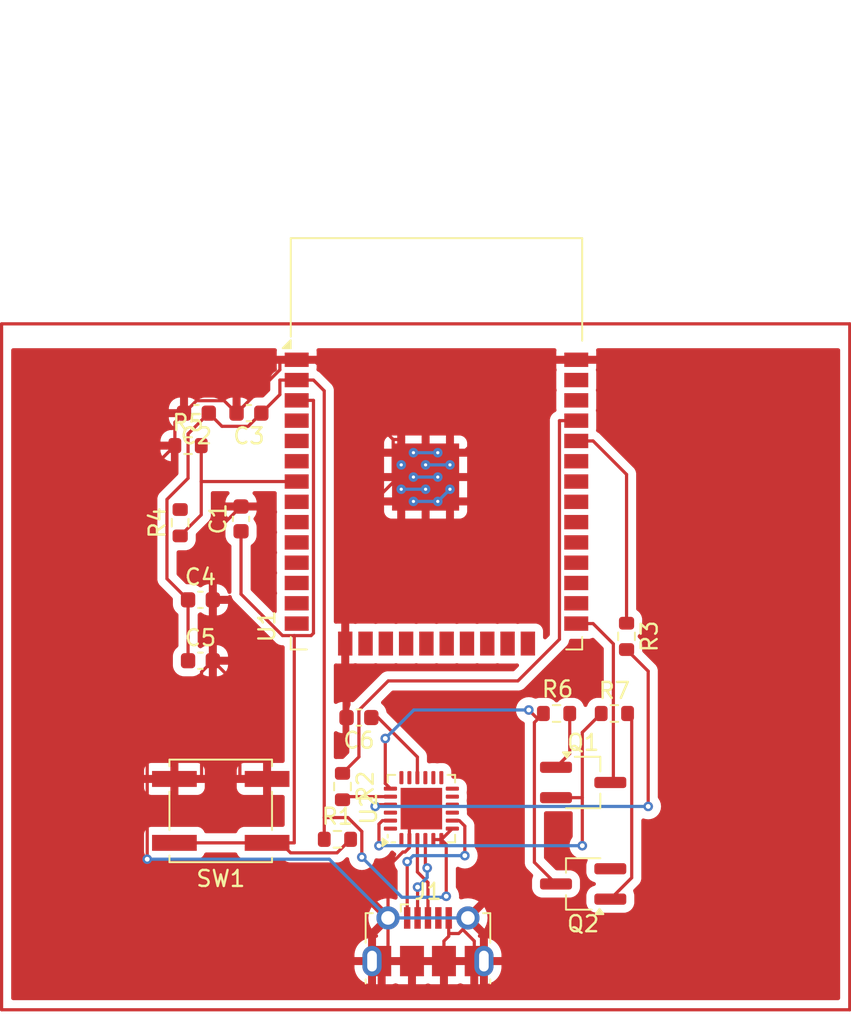
<source format=kicad_pcb>
(kicad_pcb (version 20240108) (generator "pcbnew") (generator_version "8.0")
  (layers (0 "F.Cu" signal) (31 "B.Cu" signal) (34 "B.Paste" user) (35 "F.Paste" user) (36 "B.SilkS" user "B.Silkscreen") (37 "F.SilkS" user "F.Silkscreen") (38 "B.Mask" user) (39 "F.Mask" user) (44 "Edge.Cuts" user))
  (net 0 "")
  (net 1 "Net-(U1-EN)")
  (net 2 "GND")
  (net 3 "+3.3V")
  (net 4 "Net-(U2-VPP)")
  (net 6 "VBUS")
  (net 7 "DTR")
  (net 8 "GPIO0")
  (net 9 "Net-(Q1-B)")
  (net 10 "RTS")
  (net 11 "RESET")
  (net 12 "Net-(Q2-B)")
  (net 13 "Net-(U1-TXD0{slash}IO1)")
  (net 14 "RX_CP")
  (net 15 "Net-(U1-RXD0{slash}IO3)")
  (net 16 "TX_CP")
  (net 17 "Net-(U1-IO35)")
  (net 18 "+BATT")
  (net 19 "DAT")
  (net 20 "C_change")
  (net 27 "SCK")
  (net 45 "Switch")
  (net 60 "D-")
  (net 61 "D+")
  (footprint "Resistor_SMD:R_0603_1608Metric" (layer "F.Cu") (at 146.05 105.156 -90)
    (property "Reference" "R2" (at 0 -1.43 90) (layer "F.SilkS"))
    (property "Value" "470")
    (fp_line (start -0.237258 0.5225) (end 0.237258 0.5225) (stroke (width 0.12)) (layer "F.SilkS"))
    (fp_line (start -0.237258 -0.5225) (end 0.237258 -0.5225) (stroke (width 0.12)) (layer "F.SilkS"))
    (pad "1" smd roundrect (at -0.825 0 270) (size 0.8 0.95) (layers "F.Cu" "F.Paste" "F.Mask") (net 13 "Net-(U1-TXD0{slash}IO1)"))
    (pad "2" smd roundrect (at 0.825 0 270) (size 0.8 0.95) (layers "F.Cu" "F.Paste" "F.Mask") (net 14 "RX_CP"))
  )
  (footprint "Capacitor_SMD:C_0603_1608Metric" (layer "F.Cu") (at 140.195 81.788 180)
    (property "Reference" "C3" (at 0 -1.43 0) (layer "F.SilkS"))
    (property "Value" "10uF")
    (fp_line (start -0.14058 0.51) (end 0.14058 0.51) (stroke (width 0.12)) (layer "F.SilkS"))
    (fp_line (start -0.14058 -0.51) (end 0.14058 -0.51) (stroke (width 0.12)) (layer "F.SilkS"))
    (pad "1" smd roundrect (at -0.775 0 180) (size 0.9 0.95) (layers "F.Cu" "F.Paste" "F.Mask") (net 3 "+3.3V"))
    (pad "2" smd roundrect (at 0.775 0 180) (size 0.9 0.95) (layers "F.Cu" "F.Paste" "F.Mask") (net 2 "GND"))
  )
  (footprint "Resistor_SMD:R_0603_1608Metric" (layer "F.Cu") (at 145.733 108.458)
    (property "Reference" "R1" (at 0 -1.43 0) (layer "F.SilkS"))
    (property "Value" "10K")
    (fp_line (start -0.237258 -0.5225) (end 0.237258 -0.5225) (stroke (width 0.12)) (layer "F.SilkS"))
    (fp_line (start -0.237258 0.5225) (end 0.237258 0.5225) (stroke (width 0.12)) (layer "F.SilkS"))
    (pad "1" smd roundrect (at -0.825 0) (size 0.8 0.95) (layers "F.Cu" "F.Paste" "F.Mask") (net 3 "+3.3V"))
    (pad "2" smd roundrect (at 0.825 0) (size 0.8 0.95) (layers "F.Cu" "F.Paste" "F.Mask") (net 1 "Net-(U1-EN)"))
  )
  (footprint "Resistor_SMD:R_0603_1608Metric" (layer "F.Cu") (at 163.068 100.584)
    (property "Reference" "R7" (at 0 -1.43 0) (layer "F.SilkS"))
    (property "Value" "10K")
    (fp_line (start -0.237258 -0.5225) (end 0.237258 -0.5225) (stroke (width 0.12)) (layer "F.SilkS"))
    (fp_line (start -0.237258 0.5225) (end 0.237258 0.5225) (stroke (width 0.12)) (layer "F.SilkS"))
    (pad "1" smd roundrect (at -0.825 0) (size 0.8 0.95) (layers "F.Cu" "F.Paste" "F.Mask") (net 7 "DTR"))
    (pad "2" smd roundrect (at 0.825 0) (size 0.8 0.95) (layers "F.Cu" "F.Paste" "F.Mask") (net 12 "Net-(Q2-B)"))
  )
  (footprint "Capacitor_SMD:C_0603_1608Metric" (layer "F.Cu") (at 137.16 93.472)
    (property "Reference" "C4" (at 0 -1.43 0) (layer "F.SilkS"))
    (property "Value" "100nF")
    (fp_line (start -0.14058 -0.51) (end 0.14058 -0.51) (stroke (width 0.12)) (layer "F.SilkS"))
    (fp_line (start -0.14058 0.51) (end 0.14058 0.51) (stroke (width 0.12)) (layer "F.SilkS"))
    (pad "1" smd roundrect (at -0.775 0) (size 0.9 0.95) (layers "F.Cu" "F.Paste" "F.Mask") (net 3 "+3.3V"))
    (pad "2" smd roundrect (at 0.775 0) (size 0.9 0.95) (layers "F.Cu" "F.Paste" "F.Mask") (net 2 "GND"))
  )
  (footprint "Capacitor_SMD:C_0603_1608Metric" (layer "F.Cu") (at 147.079 100.838 180)
    (property "Reference" "C6" (at 0 -1.43 0) (layer "F.SilkS"))
    (property "Value" "4.7uF")
    (fp_line (start -0.14058 0.51) (end 0.14058 0.51) (stroke (width 0.12)) (layer "F.SilkS"))
    (fp_line (start -0.14058 -0.51) (end 0.14058 -0.51) (stroke (width 0.12)) (layer "F.SilkS"))
    (pad "1" smd roundrect (at -0.775 0 180) (size 0.9 0.95) (layers "F.Cu" "F.Paste" "F.Mask") (net 4 "Net-(U2-VPP)"))
    (pad "2" smd roundrect (at 0.775 0 180) (size 0.9 0.95) (layers "F.Cu" "F.Paste" "F.Mask") (net 2 "GND"))
  )
  (footprint "Capacitor_SMD:C_0603_1608Metric" (layer "F.Cu") (at 136.906 81.788 180)
    (property "Reference" "C2" (at 0 -1.43 0) (layer "F.SilkS"))
    (property "Value" "100nF")
    (fp_line (start -0.14058 0.51) (end 0.14058 0.51) (stroke (width 0.12)) (layer "F.SilkS"))
    (fp_line (start -0.14058 -0.51) (end 0.14058 -0.51) (stroke (width 0.12)) (layer "F.SilkS"))
    (pad "1" smd roundrect (at -0.775 0 180) (size 0.9 0.95) (layers "F.Cu" "F.Paste" "F.Mask") (net 3 "+3.3V"))
    (pad "2" smd roundrect (at 0.775 0 180) (size 0.9 0.95) (layers "F.Cu" "F.Paste" "F.Mask") (net 2 "GND"))
  )
  (footprint "Package_TO_SOT_SMD:SOT-23W_Handsoldering" (layer "F.Cu") (at 161.114 104.902)
    (property "Reference" "Q1" (at 0 -2.5 0) (layer "F.SilkS"))
    (property "Value" "BC847")
    (fp_line (start -1.075 1.61) (end 1.075 1.61) (stroke (width 0.12)) (layer "F.SilkS"))
    (fp_line (start -0.525 -1.61) (end 1.075 -1.61) (stroke (width 0.12)) (layer "F.SilkS"))
    (fp_line (start 1.075 -1.6) (end 1.075 -0.7) (stroke (width 0.12)) (layer "F.SilkS"))
    (fp_line (start 1.075 0.7) (end 1.075 1.61) (stroke (width 0.12)) (layer "F.SilkS"))
    (fp_poly (pts (xy -1.025 -1.56) (xy -1.265 -1.89) (xy -0.785 -1.89) (xy -1.025 -1.56)) (stroke (width 0.12)) (fill solid) (layer "F.SilkS"))
    (pad "1" smd roundrect (at -1.7 -0.95) (size 2 0.7) (layers "F.Cu" "F.Paste" "F.Mask") (net 9 "Net-(Q1-B)"))
    (pad "2" smd roundrect (at -1.7 0.95) (size 2 0.7) (layers "F.Cu" "F.Paste" "F.Mask") (net 7 "DTR"))
    (pad "3" smd roundrect (at 1.7 0) (size 2 0.7) (layers "F.Cu" "F.Paste" "F.Mask") (net 8 "GPIO0"))
  )
  (footprint "Capacitor_SMD:C_0603_1608Metric" (layer "F.Cu") (at 137.16 97.282)
    (property "Reference" "C5" (at 0 -1.43 0) (layer "F.SilkS"))
    (property "Value" "10uF")
    (fp_line (start -0.14058 -0.51) (end 0.14058 -0.51) (stroke (width 0.12)) (layer "F.SilkS"))
    (fp_line (start -0.14058 0.51) (end 0.14058 0.51) (stroke (width 0.12)) (layer "F.SilkS"))
    (pad "1" smd roundrect (at -0.775 0) (size 0.9 0.95) (layers "F.Cu" "F.Paste" "F.Mask") (net 3 "+3.3V"))
    (pad "2" smd roundrect (at 0.775 0) (size 0.9 0.95) (layers "F.Cu" "F.Paste" "F.Mask") (net 2 "GND"))
  )
  (footprint "RF_Module:ESP32-WROOM-32" (layer "F.Cu") (at 151.9325 86.698)
    (property "Reference" "U1" (at -10.61 8.43 90) (layer "F.SilkS"))
    (property "Value" "ESP32-WROOM-32")
    (fp_line (start -9.12 -15.86) (end -9.12 -9.7) (stroke (width 0.12)) (layer "F.SilkS"))
    (fp_line (start -9.12 -15.86) (end 9.12 -15.86) (stroke (width 0.12)) (layer "F.SilkS"))
    (fp_line (start -9.12 9.1) (end -9.12 9.88) (stroke (width 0.12)) (layer "F.SilkS"))
    (fp_line (start -9.12 9.88) (end -8.12 9.88) (stroke (width 0.12)) (layer "F.SilkS"))
    (fp_line (start 9.12 -15.86) (end 9.12 -9.445) (stroke (width 0.12)) (layer "F.SilkS"))
    (fp_line (start 9.12 9.1) (end 9.12 9.88) (stroke (width 0.12)) (layer "F.SilkS"))
    (fp_line (start 9.12 9.88) (end 8.12 9.88) (stroke (width 0.12)) (layer "F.SilkS"))
    (fp_poly (pts (xy -9.125 -8.975) (xy -9.625 -8.975) (xy -9.125 -9.475) (xy -9.125 -8.975)) (stroke (width 0.12)) (fill solid) (layer "F.SilkS"))
    (pad "1" smd rect (at -8.75 -8.25) (size 1.5 0.9) (layers "F.Cu" "F.Paste" "F.Mask") (net 2 "GND"))
    (pad "2" smd rect (at -8.75 -6.98) (size 1.5 0.9) (layers "F.Cu" "F.Paste" "F.Mask") (net 3 "+3.3V"))
    (pad "3" smd rect (at -8.75 -5.71) (size 1.5 0.9) (layers "F.Cu" "F.Paste" "F.Mask") (net 1 "Net-(U1-EN)"))
    (pad "4" smd rect (at -8.75 -4.44) (size 1.5 0.9) (layers "F.Cu" "F.Paste" "F.Mask"))
    (pad "5" smd rect (at -8.75 -3.17) (size 1.5 0.9) (layers "F.Cu" "F.Paste" "F.Mask"))
    (pad "6" smd rect (at -8.75 -1.9) (size 1.5 0.9) (layers "F.Cu" "F.Paste" "F.Mask"))
    (pad "7" smd rect (at -8.75 -0.63) (size 1.5 0.9) (layers "F.Cu" "F.Paste" "F.Mask") (net 17 "Net-(U1-IO35)"))
    (pad "8" smd rect (at -8.75 0.64) (size 1.5 0.9) (layers "F.Cu" "F.Paste" "F.Mask"))
    (pad "9" smd rect (at -8.75 1.91) (size 1.5 0.9) (layers "F.Cu" "F.Paste" "F.Mask") (net 20 "C_change"))
    (pad "10" smd rect (at -8.75 3.18) (size 1.5 0.9) (layers "F.Cu" "F.Paste" "F.Mask"))
    (pad "11" smd rect (at -8.75 4.45) (size 1.5 0.9) (layers "F.Cu" "F.Paste" "F.Mask"))
    (pad "12" smd rect (at -8.75 5.72) (size 1.5 0.9) (layers "F.Cu" "F.Paste" "F.Mask"))
    (pad "13" smd rect (at -8.75 6.99) (size 1.5 0.9) (layers "F.Cu" "F.Paste" "F.Mask"))
    (pad "14" smd rect (at -8.75 8.26) (size 1.5 0.9) (layers "F.Cu" "F.Paste" "F.Mask"))
    (pad "15" smd rect (at -5.71 9.51 90) (size 1.5 0.9) (layers "F.Cu" "F.Paste" "F.Mask") (net 2 "GND"))
    (pad "16" smd rect (at -4.44 9.51 90) (size 1.5 0.9) (layers "F.Cu" "F.Paste" "F.Mask"))
    (pad "17" smd rect (at -3.17 9.51 90) (size 1.5 0.9) (layers "F.Cu" "F.Paste" "F.Mask"))
    (pad "18" smd rect (at -1.9 9.51 90) (size 1.5 0.9) (layers "F.Cu" "F.Paste" "F.Mask"))
    (pad "19" smd rect (at -0.63 9.51 90) (size 1.5 0.9) (layers "F.Cu" "F.Paste" "F.Mask"))
    (pad "20" smd rect (at 0.64 9.51 90) (size 1.5 0.9) (layers "F.Cu" "F.Paste" "F.Mask"))
    (pad "21" smd rect (at 1.91 9.51 90) (size 1.5 0.9) (layers "F.Cu" "F.Paste" "F.Mask"))
    (pad "22" smd rect (at 3.18 9.51 90) (size 1.5 0.9) (layers "F.Cu" "F.Paste" "F.Mask"))
    (pad "23" smd rect (at 4.45 9.51 90) (size 1.5 0.9) (layers "F.Cu" "F.Paste" "F.Mask"))
    (pad "24" smd rect (at 5.72 9.51 90) (size 1.5 0.9) (layers "F.Cu" "F.Paste" "F.Mask"))
    (pad "25" smd rect (at 8.75 8.26) (size 1.5 0.9) (layers "F.Cu" "F.Paste" "F.Mask") (net 8 "GPIO0"))
    (pad "26" smd rect (at 8.75 6.99) (size 1.5 0.9) (layers "F.Cu" "F.Paste" "F.Mask"))
    (pad "27" smd rect (at 8.75 5.72) (size 1.5 0.9) (layers "F.Cu" "F.Paste" "F.Mask"))
    (pad "28" smd rect (at 8.75 4.45) (size 1.5 0.9) (layers "F.Cu" "F.Paste" "F.Mask"))
    (pad "29" smd rect (at 8.75 3.18) (size 1.5 0.9) (layers "F.Cu" "F.Paste" "F.Mask"))
    (pad "30" smd rect (at 8.75 1.91) (size 1.5 0.9) (layers "F.Cu" "F.Paste" "F.Mask") (net 27 "SCK"))
    (pad "31" smd rect (at 8.75 0.64) (size 1.5 0.9) (layers "F.Cu" "F.Paste" "F.Mask") (net 19 "DAT"))
    (pad "32" smd rect (at 8.75 -0.63) (size 1.5 0.9) (layers "F.Cu" "F.Paste" "F.Mask"))
    (pad "33" smd rect (at 8.75 -1.9) (size 1.5 0.9) (layers "F.Cu" "F.Paste" "F.Mask"))
    (pad "34" smd rect (at 8.75 -3.17) (size 1.5 0.9) (layers "F.Cu" "F.Paste" "F.Mask") (net 15 "Net-(U1-RXD0{slash}IO3)"))
    (pad "35" smd rect (at 8.75 -4.44) (size 1.5 0.9) (layers "F.Cu" "F.Paste" "F.Mask") (net 13 "Net-(U1-TXD0{slash}IO1)"))
    (pad "36" smd rect (at 8.75 -5.71) (size 1.5 0.9) (layers "F.Cu" "F.Paste" "F.Mask") (net 45 "Switch"))
    (pad "37" smd rect (at 8.75 -6.98) (size 1.5 0.9) (layers "F.Cu" "F.Paste" "F.Mask"))
    (pad "38" smd rect (at 8.75 -8.25) (size 1.5 0.9) (layers "F.Cu" "F.Paste" "F.Mask") (net 2 "GND"))
    (pad "39" smd rect (at -2.205 -2.435) (size 1.05 1.05) (layers "F.Cu" "F.Paste") (net 2 "GND"))
    (pad "39" thru_hole circle (at -2.205 -1.6725) (size 0.6 0.6) (drill 0.2) (property pad_prop_heatsink) (layers "*.Cu" "F.Mask") (net 2 "GND"))
    (pad "39" smd rect (at -2.205 -0.91) (size 1.05 1.05) (layers "F.Cu" "F.Paste") (net 2 "GND"))
    (pad "39" thru_hole circle (at -2.205 -0.1475) (size 0.6 0.6) (drill 0.2) (property pad_prop_heatsink) (layers "*.Cu" "F.Mask") (net 2 "GND"))
    (pad "39" smd rect (at -2.205 0.615) (size 1.05 1.05) (layers "F.Cu" "F.Paste") (net 2 "GND"))
    (pad "39" thru_hole circle (at -1.4425 -2.435) (size 0.6 0.6) (drill 0.2) (property pad_prop_heatsink) (layers "*.Cu" "F.Mask") (net 2 "GND"))
    (pad "39" thru_hole circle (at -1.4425 -0.91) (size 0.6 0.6) (drill 0.2) (property pad_prop_heatsink) (layers "*.Cu" "F.Mask") (net 2 "GND"))
    (pad "39" thru_hole circle (at -1.4425 0.615) (size 0.6 0.6) (drill 0.2) (property pad_prop_heatsink) (layers "*.Cu" "F.Mask") (net 2 "GND"))
    (pad "39" smd rect (at -0.68 -2.435) (size 1.05 1.05) (layers "F.Cu" "F.Paste") (net 2 "GND"))
    (pad "39" thru_hole circle (at -0.68 -1.6725) (size 0.6 0.6) (drill 0.2) (property pad_prop_heatsink) (layers "*.Cu" "F.Mask") (net 2 "GND"))
    (pad "39" smd rect (at -0.68 -0.91) (size 1.05 1.05) (layers "F.Cu" "F.Paste") (net 2 "GND"))
    (pad "39" smd rect (at -0.68 -0.91) (size 4.2 4.2) (layers "F.Cu" "F.Mask") (net 2 "GND"))
    (pad "39" thru_hole circle (at -0.68 -0.1475) (size 0.6 0.6) (drill 0.2) (property pad_prop_heatsink) (layers "*.Cu" "F.Mask") (net 2 "GND"))
    (pad "39" smd rect (at -0.68 0.615) (size 1.05 1.05) (layers "F.Cu" "F.Paste") (net 2 "GND"))
    (pad "39" thru_hole circle (at 0.0825 -2.435) (size 0.6 0.6) (drill 0.2) (property pad_prop_heatsink) (layers "*.Cu" "F.Mask") (net 2 "GND"))
    (pad "39" thru_hole circle (at 0.0825 -0.91) (size 0.6 0.6) (drill 0.2) (property pad_prop_heatsink) (layers "*.Cu" "F.Mask") (net 2 "GND"))
    (pad "39" thru_hole circle (at 0.0825 0.615) (size 0.6 0.6) (drill 0.2) (property pad_prop_heatsink) (layers "*.Cu" "F.Mask") (net 2 "GND"))
    (pad "39" smd rect (at 0.845 -2.435) (size 1.05 1.05) (layers "F.Cu" "F.Paste") (net 2 "GND"))
    (pad "39" thru_hole circle (at 0.845 -1.6725) (size 0.6 0.6) (drill 0.2) (property pad_prop_heatsink) (layers "*.Cu" "F.Mask") (net 2 "GND"))
    (pad "39" smd rect (at 0.845 -0.91) (size 1.05 1.05) (layers "F.Cu" "F.Paste") (net 2 "GND"))
    (pad "39" thru_hole circle (at 0.845 -0.1475) (size 0.6 0.6) (drill 0.2) (property pad_prop_heatsink) (layers "*.Cu" "F.Mask") (net 2 "GND"))
    (pad "39" smd rect (at 0.845 0.615) (size 1.05 1.05) (layers "F.Cu" "F.Paste") (net 2 "GND"))
    (zone (net 0) (net_name "") (layers "F.Cu" "In1.Cu" "B.Cu") (connect_pads (clearance 0)) (min_thickness 0.254)
      (keepout (tracks not_allowed) (vias not_allowed) (pads not_allowed) (copperpour not_allowed) (footprints not_allowed))
      (fill (thermal_gap 0.508) (thermal_bridge_width 0.508))
      (polygon (pts (xy 127.9325 76.898) (xy 175.9325 76.898) (xy 175.9325 55.958) (xy 127.9325 55.958)))
    )
  )
  (footprint "Resistor_SMD:R_0603_1608Metric" (layer "F.Cu") (at 163.83 95.758 -90)
    (property "Reference" "R3" (at 0 -1.43 90) (layer "F.SilkS"))
    (property "Value" "470")
    (fp_line (start -0.237258 0.5225) (end 0.237258 0.5225) (stroke (width 0.12)) (layer "F.SilkS"))
    (fp_line (start -0.237258 -0.5225) (end 0.237258 -0.5225) (stroke (width 0.12)) (layer "F.SilkS"))
    (pad "1" smd roundrect (at -0.825 0 270) (size 0.8 0.95) (layers "F.Cu" "F.Paste" "F.Mask") (net 15 "Net-(U1-RXD0{slash}IO3)"))
    (pad "2" smd roundrect (at 0.825 0 270) (size 0.8 0.95) (layers "F.Cu" "F.Paste" "F.Mask") (net 16 "TX_CP"))
  )
  (footprint "Resistor_SMD:R_0603_1608Metric" (layer "F.Cu") (at 159.449 100.584)
    (property "Reference" "R6" (at 0.063 -1.524 0) (layer "F.SilkS"))
    (property "Value" "10K")
    (fp_line (start -0.237258 -0.5225) (end 0.237258 -0.5225) (stroke (width 0.12)) (layer "F.SilkS"))
    (fp_line (start -0.237258 0.5225) (end 0.237258 0.5225) (stroke (width 0.12)) (layer "F.SilkS"))
    (pad "1" smd roundrect (at -0.825 0) (size 0.8 0.95) (layers "F.Cu" "F.Paste" "F.Mask") (net 10 "RTS"))
    (pad "2" smd roundrect (at 0.825 0) (size 0.8 0.95) (layers "F.Cu" "F.Paste" "F.Mask") (net 9 "Net-(Q1-B)"))
  )
  (footprint "Capacitor_SMD:C_0603_1608Metric" (layer "F.Cu") (at 139.7 88.405 90)
    (property "Reference" "C1" (at 0 -1.43 90) (layer "F.SilkS"))
    (property "Value" "10uF")
    (fp_line (start -0.14058 -0.51) (end 0.14058 -0.51) (stroke (width 0.12)) (layer "F.SilkS"))
    (fp_line (start -0.14058 0.51) (end 0.14058 0.51) (stroke (width 0.12)) (layer "F.SilkS"))
    (pad "1" smd roundrect (at -0.775 0 90) (size 0.9 0.95) (layers "F.Cu" "F.Paste" "F.Mask") (net 1 "Net-(U1-EN)"))
    (pad "2" smd roundrect (at 0.775 0 90) (size 0.9 0.95) (layers "F.Cu" "F.Paste" "F.Mask") (net 2 "GND"))
  )
  (footprint "Button_Switch_SMD:SW_Push_1P1T_NO_CK_KSC6xxJ" (layer "F.Cu") (at 138.43 106.68)
    (property "Reference" "SW1" (at 0 4.24 0) (layer "F.SilkS"))
    (property "Value" "SW_Push_Dual")
    (fp_line (start -3.21 -3.21) (end -3.21 -2.8) (stroke (width 0.12)) (layer "F.SilkS"))
    (fp_line (start -3.21 -1.2) (end -3.21 1.2) (stroke (width 0.12)) (layer "F.SilkS"))
    (fp_line (start -3.21 2.8) (end -3.21 3.21) (stroke (width 0.12)) (layer "F.SilkS"))
    (fp_line (start -3.21 3.21) (end 3.21 3.21) (stroke (width 0.12)) (layer "F.SilkS"))
    (fp_line (start 3.21 -3.21) (end -3.21 -3.21) (stroke (width 0.12)) (layer "F.SilkS"))
    (fp_line (start 3.21 -2.8) (end 3.21 -3.21) (stroke (width 0.12)) (layer "F.SilkS"))
    (fp_line (start 3.21 1.2) (end 3.21 -1.2) (stroke (width 0.12)) (layer "F.SilkS"))
    (fp_line (start 3.21 3.21) (end 3.21 2.93) (stroke (width 0.12)) (layer "F.SilkS"))
    (pad "1" smd rect (at -2.9 -2) (size 2.8 1) (layers "F.Cu" "F.Paste" "F.Mask") (net 2 "GND"))
    (pad "1" smd rect (at 2.9 -2) (size 2.8 1) (layers "F.Cu" "F.Paste" "F.Mask") (net 2 "GND"))
    (pad "2" smd rect (at -2.9 2) (size 2.8 1) (layers "F.Cu" "F.Paste" "F.Mask") (net 1 "Net-(U1-EN)"))
    (pad "2" smd rect (at 2.9 2) (size 2.8 1) (layers "F.Cu" "F.Paste" "F.Mask") (net 1 "Net-(U1-EN)"))
  )
  (footprint "Package_DFN_QFN:QFN-24-1EP_4x4mm_P0.5mm_EP2.6x2.6mm" (layer "F.Cu") (at 150.988 106.538 90)
    (property "Reference" "U2" (at 0 -3.3 90) (layer "F.SilkS"))
    (property "Value" "CP2104")
    (fp_line (start 2.11 -2.11) (end 2.11 -1.635) (stroke (width 0.12)) (layer "F.SilkS"))
    (fp_line (start 1.635 -2.11) (end 2.11 -2.11) (stroke (width 0.12)) (layer "F.SilkS"))
    (fp_line (start -1.635 -2.11) (end -1.81 -2.11) (stroke (width 0.12)) (layer "F.SilkS"))
    (fp_line (start -2.11 -1.635) (end -2.11 -1.87) (stroke (width 0.12)) (layer "F.SilkS"))
    (fp_line (start 2.11 2.11) (end 2.11 1.635) (stroke (width 0.12)) (layer "F.SilkS"))
    (fp_line (start 1.635 2.11) (end 2.11 2.11) (stroke (width 0.12)) (layer "F.SilkS"))
    (fp_line (start -1.635 2.11) (end -2.11 2.11) (stroke (width 0.12)) (layer "F.SilkS"))
    (fp_line (start -2.11 2.11) (end -2.11 1.635) (stroke (width 0.12)) (layer "F.SilkS"))
    (fp_poly (pts (xy -2.11 -2.11) (xy -2.35 -2.44) (xy -1.87 -2.44) (xy -2.11 -2.11)) (stroke (width 0.12)) (fill solid) (layer "F.SilkS"))
    (pad "1" smd roundrect (at -1.9375 -1.25 90) (size 0.825 0.25) (layers "F.Cu" "F.Paste" "F.Mask"))
    (pad "2" smd roundrect (at -1.9375 -0.75 90) (size 0.825 0.25) (layers "F.Cu" "F.Paste" "F.Mask") (net 2 "GND"))
    (pad "3" smd roundrect (at -1.9375 -0.25 90) (size 0.825 0.25) (layers "F.Cu" "F.Paste" "F.Mask") (net 61 "D+"))
    (pad "4" smd roundrect (at -1.9375 0.25 90) (size 0.825 0.25) (layers "F.Cu" "F.Paste" "F.Mask") (net 60 "D-"))
    (pad "5" smd roundrect (at -1.9375 0.75 90) (size 0.825 0.25) (layers "F.Cu" "F.Paste" "F.Mask") (net 3 "+3.3V"))
    (pad "6" smd roundrect (at -1.9375 1.25 90) (size 0.825 0.25) (layers "F.Cu" "F.Paste" "F.Mask") (net 3 "+3.3V"))
    (pad "7" smd roundrect (at -1.25 1.9375 90) (size 0.25 0.825) (layers "F.Cu" "F.Paste" "F.Mask") (net 3 "+3.3V"))
    (pad "8" smd roundrect (at -0.75 1.9375 90) (size 0.25 0.825) (layers "F.Cu" "F.Paste" "F.Mask") (net 6 "VBUS"))
    (pad "9" smd roundrect (at -0.25 1.9375 90) (size 0.25 0.825) (layers "F.Cu" "F.Paste" "F.Mask"))
    (pad "10" smd roundrect (at 0.25 1.9375 90) (size 0.25 0.825) (layers "F.Cu" "F.Paste" "F.Mask"))
    (pad "11" smd roundrect (at 0.75 1.9375 90) (size 0.25 0.825) (layers "F.Cu" "F.Paste" "F.Mask"))
    (pad "12" smd roundrect (at 1.25 1.9375 90) (size 0.25 0.825) (layers "F.Cu" "F.Paste" "F.Mask"))
    (pad "13" smd roundrect (at 1.9375 1.25 90) (size 0.825 0.25) (layers "F.Cu" "F.Paste" "F.Mask"))
    (pad "14" smd roundrect (at 1.9375 0.75 90) (size 0.825 0.25) (layers "F.Cu" "F.Paste" "F.Mask"))
    (pad "15" smd roundrect (at 1.9375 0.25 90) (size 0.825 0.25) (layers "F.Cu" "F.Paste" "F.Mask"))
    (pad "16" smd roundrect (at 1.9375 -0.25 90) (size 0.825 0.25) (layers "F.Cu" "F.Paste" "F.Mask") (net 4 "Net-(U2-VPP)"))
    (pad "17" smd roundrect (at 1.9375 -0.75 90) (size 0.825 0.25) (layers "F.Cu" "F.Paste" "F.Mask"))
    (pad "18" smd roundrect (at 1.9375 -1.25 90) (size 0.825 0.25) (layers "F.Cu" "F.Paste" "F.Mask"))
    (pad "19" smd roundrect (at 1.25 -1.9375 90) (size 0.25 0.825) (layers "F.Cu" "F.Paste" "F.Mask") (net 10 "RTS"))
    (pad "20" smd roundrect (at 0.75 -1.9375 90) (size 0.25 0.825) (layers "F.Cu" "F.Paste" "F.Mask") (net 14 "RX_CP"))
    (pad "21" smd roundrect (at 0.25 -1.9375 90) (size 0.25 0.825) (layers "F.Cu" "F.Paste" "F.Mask") (net 16 "TX_CP"))
    (pad "22" smd roundrect (at -0.25 -1.9375 90) (size 0.25 0.825) (layers "F.Cu" "F.Paste" "F.Mask"))
    (pad "23" smd roundrect (at -0.75 -1.9375 90) (size 0.25 0.825) (layers "F.Cu" "F.Paste" "F.Mask") (net 7 "DTR"))
    (pad "24" smd roundrect (at -1.25 -1.9375 90) (size 0.25 0.825) (layers "F.Cu" "F.Paste" "F.Mask"))
    (pad "25" smd rect (at 0 0 90) (size 2.6 2.6) (property pad_prop_heatsink) (layers "F.Cu" "F.Mask") (net 2 "GND"))
  )
  (footprint "Resistor_SMD:R_0603_1608Metric" (layer "F.Cu") (at 135.89 88.646 90)
    (property "Reference" "R4" (at 0 -1.43 90) (layer "F.SilkS"))
    (property "Value" "10K")
    (fp_line (start -0.237258 -0.5225) (end 0.237258 -0.5225) (stroke (width 0.12)) (layer "F.SilkS"))
    (fp_line (start -0.237258 0.5225) (end 0.237258 0.5225) (stroke (width 0.12)) (layer "F.SilkS"))
    (pad "1" smd roundrect (at -0.825 0 90) (size 0.8 0.95) (layers "F.Cu" "F.Paste" "F.Mask") (net 17 "Net-(U1-IO35)"))
    (pad "2" smd roundrect (at 0.825 0 90) (size 0.8 0.95) (layers "F.Cu" "F.Paste" "F.Mask") (net 18 "+BATT"))
  )
  (footprint "Resistor_SMD:R_0603_1608Metric" (layer "F.Cu") (at 136.385 83.82)
    (property "Reference" "R5" (at 0 -1.43 0) (layer "F.SilkS"))
    (property "Value" "10K")
    (fp_line (start -0.237258 -0.5225) (end 0.237258 -0.5225) (stroke (width 0.12)) (layer "F.SilkS"))
    (fp_line (start -0.237258 0.5225) (end 0.237258 0.5225) (stroke (width 0.12)) (layer "F.SilkS"))
    (pad "1" smd roundrect (at -0.825 0) (size 0.8 0.95) (layers "F.Cu" "F.Paste" "F.Mask") (net 2 "GND"))
    (pad "2" smd roundrect (at 0.825 0) (size 0.8 0.95) (layers "F.Cu" "F.Paste" "F.Mask") (net 17 "Net-(U1-IO35)"))
  )
  (footprint "Connector_USB:USB_Micro-B_Molex-105017-0001" (layer "F.Cu") (at 151.4 114.8405)
    (property "Reference" "J1" (at 0 -3.1125 0) (layer "F.SilkS"))
    (property "Value" "USB_B_Mini")
    (fp_line (start -3.9 -1.7625) (end -3.45 -1.7625) (stroke (width 0.12)) (layer "F.SilkS"))
    (fp_line (start -3.9 0.0875) (end -3.9 -1.7625) (stroke (width 0.12)) (layer "F.SilkS"))
    (fp_line (start -3.9 2.6375) (end -3.9 2.3875) (stroke (width 0.12)) (layer "F.SilkS"))
    (fp_line (start -1.7 -2.3125) (end -1.7 -1.8625) (stroke (width 0.12)) (layer "F.SilkS"))
    (fp_line (start -1.7 -2.3125) (end -1.25 -2.3125) (stroke (width 0.12)) (layer "F.SilkS"))
    (fp_line (start 3.9 -1.7625) (end 3.45 -1.7625) (stroke (width 0.12)) (layer "F.SilkS"))
    (fp_line (start 3.9 0.0875) (end 3.9 -1.7625) (stroke (width 0.12)) (layer "F.SilkS"))
    (fp_line (start 3.9 2.6375) (end 3.9 2.3875) (stroke (width 0.12)) (layer "F.SilkS"))
    (pad "1" smd rect (at -1.3 -1.4625) (size 0.4 1.35) (layers "F.Cu" "F.Paste" "F.Mask") (net 6 "VBUS"))
    (pad "2" smd rect (at -0.65 -1.4625) (size 0.4 1.35) (layers "F.Cu" "F.Paste" "F.Mask") (net 60 "D-"))
    (pad "3" smd rect (at 0 -1.4625) (size 0.4 1.35) (layers "F.Cu" "F.Paste" "F.Mask") (net 61 "D+"))
    (pad "4" smd rect (at 0.65 -1.4625) (size 0.4 1.35) (layers "F.Cu" "F.Paste" "F.Mask"))
    (pad "5" smd rect (at 1.3 -1.4625) (size 0.4 1.35) (layers "F.Cu" "F.Paste" "F.Mask") (net 2 "GND"))
    (pad "6" thru_hole oval (at -3.5 1.2375 180) (size 1.2 1.9) (drill oval 0.6 1.3) (layers "*.Cu" "*.Mask") (net 2 "GND"))
    (pad "6" smd rect (at -2.9 1.2375) (size 1.2 1.9) (layers "F.Cu" "F.Mask") (net 2 "GND"))
    (pad "6" thru_hole circle (at -2.5 -1.4625) (size 1.45 1.45) (drill 0.85) (layers "*.Cu" "*.Mask") (net 2 "GND"))
    (pad "6" smd rect (at -1 1.2375) (size 1.5 1.9) (layers "F.Cu" "F.Paste" "F.Mask") (net 2 "GND"))
    (pad "6" smd rect (at 1 1.2375) (size 1.5 1.9) (layers "F.Cu" "F.Paste" "F.Mask") (net 2 "GND"))
    (pad "6" thru_hole circle (at 2.5 -1.4625) (size 1.45 1.45) (drill 0.85) (layers "*.Cu" "*.Mask") (net 2 "GND"))
    (pad "6" smd rect (at 2.9 1.2375) (size 1.2 1.9) (layers "F.Cu" "F.Mask") (net 2 "GND"))
    (pad "6" thru_hole oval (at 3.5 1.2375) (size 1.2 1.9) (drill oval 0.6 1.3) (layers "*.Cu" "*.Mask") (net 2 "GND"))
  )
  (footprint "Package_TO_SOT_SMD:SOT-23W_Handsoldering" (layer "F.Cu") (at 161.114 111.252 180)
    (property "Reference" "Q2" (at 0 -2.5 0) (layer "F.SilkS"))
    (property "Value" "BC847")
    (fp_line (start 1.075 0.7) (end 1.075 1.61) (stroke (width 0.12)) (layer "F.SilkS"))
    (fp_line (start 1.075 -1.6) (end 1.075 -0.7) (stroke (width 0.12)) (layer "F.SilkS"))
    (fp_line (start -0.525 -1.61) (end 1.075 -1.61) (stroke (width 0.12)) (layer "F.SilkS"))
    (fp_line (start -1.075 1.61) (end 1.075 1.61) (stroke (width 0.12)) (layer "F.SilkS"))
    (fp_poly (pts (xy -1.025 -1.56) (xy -1.265 -1.89) (xy -0.785 -1.89) (xy -1.025 -1.56)) (stroke (width 0.12)) (fill solid) (layer "F.SilkS"))
    (pad "1" smd roundrect (at -1.7 -0.95 180) (size 2 0.7) (layers "F.Cu" "F.Paste" "F.Mask") (net 12 "Net-(Q2-B)"))
    (pad "2" smd roundrect (at -1.7 0.95 180) (size 2 0.7) (layers "F.Cu" "F.Paste" "F.Mask") (net 11 "RESET"))
    (pad "3" smd roundrect (at 1.7 0 180) (size 2 0.7) (layers "F.Cu" "F.Paste" "F.Mask") (net 10 "RTS"))
  )
  (gr_line (start 177.8 76.2) (end 177.8 119.126) (stroke (width 0.2)) (layer "F.Cu"))
  (gr_line (start 177.8 119.126) (end 124.714 119.126) (stroke (width 0.2)) (layer "F.Cu"))
  (gr_line (start 124.714 76.2) (end 177.8 76.2) (stroke (width 0.2)) (layer "F.Cu"))
  (gr_line (start 124.714 119.126) (end 124.714 76.2) (stroke (width 0.2)) (layer "F.Cu"))
  (segment (start 142.296 95.7102) (end 139.7 93.1139) (width 0.2) (layer "F.Cu") (net 1))
  (segment (start 139.7 93.1139) (end 139.7 89.18) (width 0.2) (layer "F.Cu") (net 1))
  (segment (start 142.181 108.68) (end 142.806 109.305) (width 0.2) (layer "F.Cu") (net 1))
  (segment (start 145.711 109.305) (end 146.558 108.458) (width 0.2) (layer "F.Cu") (net 1))
  (segment (start 143.032 95.7102) (end 142.296 95.7102) (width 0.2) (layer "F.Cu") (net 1))
  (segment (start 142.806 109.305) (end 145.711 109.305) (width 0.2) (layer "F.Cu") (net 1))
  (segment (start 141.33 108.68) (end 142.181 108.68) (width 0.2) (layer "F.Cu") (net 1))
  (segment (start 143.032 95.7102) (end 143.032 108.68) (width 0.2) (layer "F.Cu") (net 1))
  (segment (start 143.1825 80.988) (end 144.234 80.988) (width 0.2) (layer "F.Cu") (net 1))
  (segment (start 143.032 108.68) (end 142.181 108.68) (width 0.2) (layer "F.Cu") (net 1))
  (segment (start 144.084 95.7102) (end 143.032 95.7102) (width 0.2) (layer "F.Cu") (net 1))
  (segment (start 144.234 95.5599) (end 144.084 95.7102) (width 0.2) (layer "F.Cu") (net 1))
  (segment (start 143.182 80.988) (end 143.1825 80.988) (width 0.2) (layer "F.Cu") (net 1))
  (segment (start 141.33 108.68) (end 135.53 108.68) (width 0.2) (layer "F.Cu") (net 1))
  (segment (start 144.234 80.988) (end 144.234 95.5599) (width 0.2) (layer "F.Cu") (net 1))
  (segment (start 154.3 114.826) (end 153.576 114.102) (width 0.2) (layer "F.Cu") (net 2))
  (segment (start 152.778 87.313) (end 152.778 84.263) (width 0.2) (layer "F.Cu") (net 2))
  (segment (start 153.604 84.263) (end 159.419 78.448) (width 0.2) (layer "F.Cu") (net 2))
  (segment (start 149.728 83.4363) (end 149.222 83.4363) (width 0.2) (layer "F.Cu") (net 2))
  (segment (start 136.909 81.0104) (end 138.642 81.0104) (width 0.2) (layer "F.Cu") (net 2))
  (segment (start 153.323 114.355) (end 152.7 114.355) (width 0.2) (layer "F.Cu") (net 2))
  (segment (start 148.9 116.078) (end 148.9 113.378) (width 0.2) (layer "F.Cu") (net 2))
  (segment (start 138.642 81.0104) (end 139.42 81.788) (width 0.2) (layer "F.Cu") (net 2))
  (segment (start 152.4 116.078) (end 152.4 114.826) (width 0.2) (layer "F.Cu") (net 2))
  (segment (start 146.304 100.838) (end 146.304 96.2895) (width 0.2) (layer "F.Cu") (net 2))
  (segment (start 151.252 87.313) (end 151.252 84.263) (width 0.2) (layer "F.Cu") (net 2))
  (segment (start 149.728 87.313) (end 149.728 83.4363) (width 0.2) (layer "F.Cu") (net 2))
  (segment (start 146.304 100.838) (end 146.222 100.756) (width 0.2) (layer "F.Cu") (net 2))
  (segment (start 136.131 81.788) (end 135.56 82.359) (width 0.2) (layer "F.Cu") (net 2))
  (segment (start 149.222 83.4363) (end 144.234 78.448) (width 0.2) (layer "F.Cu") (net 2))
  (segment (start 152.4 114.826) (end 152.7 114.526) (width 0.2) (layer "F.Cu") (net 2))
  (segment (start 139.628 98.9753) (end 137.935 97.282) (width 0.2) (layer "F.Cu") (net 2))
  (segment (start 152.015 85.788) (end 152.015 84.263) (width 0.2) (layer "F.Cu") (net 2))
  (segment (start 153.9 113.778) (end 153.576 114.102) (width 0.2) (layer "F.Cu") (net 2))
  (segment (start 142.131 78.448) (end 142.131 79.0772) (width 0.2) (layer "F.Cu") (net 2))
  (segment (start 150.238 108.4755) (end 150.238 108.982) (width 0.2) (layer "F.Cu") (net 2))
  (segment (start 149.222 86.1153) (end 149.222 83.4363) (width 0.2) (layer "F.Cu") (net 2))
  (segment (start 139.628 104.68) (end 139.628 98.9753) (width 0.2) (layer "F.Cu") (net 2))
  (segment (start 152.015 87.313) (end 152.015 85.788) (width 0.2) (layer "F.Cu") (net 2))
  (segment (start 148.5 116.078) (end 147.9 116.078) (width 0.2) (layer "F.Cu") (net 2))
  (segment (start 152.7 114.526) (end 152.7 114.355) (width 0.2) (layer "F.Cu") (net 2))
  (segment (start 153.9 113.378) (end 153.9 113.778) (width 0.2) (layer "F.Cu") (net 2))
  (segment (start 149.828 109.254) (end 148.9 110.182) (width 0.2) (layer "F.Cu") (net 2))
  (segment (start 135.56 82.359) (end 135.56 83.82) (width 0.2) (layer "F.Cu") (net 2))
  (segment (start 137.232 97.9853) (end 137.935 97.282) (width 0.2) (layer "F.Cu") (net 2))
  (segment (start 135.53 104.68) (end 133.83 104.68) (width 0.2) (layer "F.Cu") (net 2))
  (segment (start 152.778 84.263) (end 153.604 84.263) (width 0.2) (layer "F.Cu") (net 2))
  (segment (start 150.4 116.078) (end 148.9 116.078) (width 0.2) (layer "F.Cu") (net 2))
  (segment (start 139.7 87.63) (end 137.935 89.395) (width 0.2) (layer "F.Cu") (net 2))
  (segment (start 150.988 106.538) (end 150.238 107.288) (width 0.2) (layer "F.Cu") (net 2))
  (segment (start 150.238 108.982) (end 149.965 109.254) (width 0.2) (layer "F.Cu") (net 2))
  (segment (start 148.9 116.078) (end 148.5 116.078) (width 0.2) (layer "F.Cu") (net 2))
  (segment (start 137.935 89.395) (end 137.935 93.472) (width 0.2) (layer "F.Cu") (net 2))
  (segment (start 137.935 93.472) (end 137.935 97.282) (width 0.2) (layer "F.Cu") (net 2))
  (segment (start 154.9 116.078) (end 154.3 116.078) (width 0.2) (layer "F.Cu") (net 2))
  (segment (start 144.234 78.448) (end 143.1825 78.448) (width 0.2) (layer "F.Cu") (net 2))
  (segment (start 148.9 110.182) (end 148.9 113.378) (width 0.2) (layer "F.Cu") (net 2))
  (segment (start 159.419 78.448) (end 160.682 78.448) (width 0.2) (layer "F.Cu") (net 2))
  (segment (start 143.1825 78.448) (end 142.131 78.448) (width 0.2) (layer "F.Cu") (net 2))
  (segment (start 152.7 113.378) (end 152.7 114.355) (width 0.2) (layer "F.Cu") (net 2))
  (segment (start 150.238 107.288) (end 150.238 108.4755) (width 0.2) (layer "F.Cu") (net 2))
  (segment (start 133.828 104.682) (end 133.828 109.703) (width 0.2) (layer "F.Cu") (net 2))
  (segment (start 136.131 81.788) (end 136.909 81.0104) (width 0.2) (layer "F.Cu") (net 2))
  (segment (start 146.222 96.208) (end 146.222 89.1153) (width 0.2) (layer "F.Cu") (net 2))
  (segment (start 133.83 104.68) (end 133.828 104.68) (width 0.2) (layer "F.Cu") (net 2))
  (segment (start 153.576 114.102) (end 153.323 114.355) (width 0.2) (layer "F.Cu") (net 2))
  (segment (start 154.3 116.078) (end 154.3 114.826) (width 0.2) (layer "F.Cu") (net 2))
  (segment (start 146.222 89.1153) (end 149.222 86.1153) (width 0.2) (layer "F.Cu") (net 2))
  (segment (start 133.83 104.68) (end 133.828 104.682) (width 0.2) (layer "F.Cu") (net 2))
  (segment (start 142.131 79.0772) (end 139.42 81.788) (width 0.2) (layer "F.Cu") (net 2))
  (segment (start 135.53 104.68) (end 137.232 104.68) (width 0.2) (layer "F.Cu") (net 2))
  (segment (start 133.828 85.5517) (end 135.56 83.82) (width 0.2) (layer "F.Cu") (net 2))
  (segment (start 141.33 104.68) (end 139.628 104.68) (width 0.2) (layer "F.Cu") (net 2))
  (segment (start 146.304 96.2895) (end 146.2225 96.208) (width 0.2) (layer "F.Cu") (net 2))
  (segment (start 149.965 109.254) (end 149.828 109.254) (width 0.2) (layer "F.Cu") (net 2))
  (segment (start 133.828 104.68) (end 133.828 85.5517) (width 0.2) (layer "F.Cu") (net 2))
  (segment (start 137.232 104.68) (end 137.232 97.9853) (width 0.2) (layer "F.Cu") (net 2))
  (via (at 133.828 109.703) (size 0.6) (drill 0.3) (layers "F.Cu" "B.Cu") (net 2))
  (segment (start 152.778 86.5505) (end 152.015 87.313) (width 0.2) (layer "B.Cu") (net 2))
  (segment (start 152.015 85.788) (end 150.49 85.788) (width 0.2) (layer "B.Cu") (net 2))
  (segment (start 150.49 87.313) (end 152.015 87.313) (width 0.2) (layer "B.Cu") (net 2))
  (segment (start 151.252 85.0255) (end 151.2525 85.0255) (width 0.2) (layer "B.Cu") (net 2))
  (segment (start 152.7775 85.0255) (end 152.778 85.0255) (width 0.2) (layer "B.Cu") (net 2))
  (segment (start 151.252 86.5505) (end 149.728 86.5505) (width 0.2) (layer "B.Cu") (net 2))
  (segment (start 148.9 113.378) (end 145.225 109.703) (width 0.2) (layer "B.Cu") (net 2))
  (segment (start 148.9 113.378) (end 153.9 113.378) (width 0.2) (layer "B.Cu") (net 2))
  (segment (start 145.225 109.703) (end 133.828 109.703) (width 0.2) (layer "B.Cu") (net 2))
  (segment (start 150.49 84.263) (end 152.015 84.263) (width 0.2) (layer "B.Cu") (net 2))
  (segment (start 151.2525 85.0255) (end 152.7775 85.0255) (width 0.2) (layer "B.Cu") (net 2))
  (segment (start 151.2525 86.5505) (end 151.252 86.5505) (width 0.2) (layer "B.Cu") (net 2))
  (segment (start 144.234 79.718) (end 144.908 80.3918) (width 0.2) (layer "F.Cu") (net 3))
  (segment (start 152.238 108.4755) (end 152.1888 108.4755) (width 0.2) (layer "F.Cu") (net 3))
  (segment (start 151.7385 108.476) (end 152.188 108.476) (width 0.2) (layer "F.Cu") (net 3))
  (segment (start 152.1888 108.4755) (end 152.1883 108.476) (width 0.2) (layer "F.Cu") (net 3))
  (segment (start 152.1883 108.476) (end 152.188 108.476) (width 0.2) (layer "F.Cu") (net 3))
  (segment (start 138.505 82.6118) (end 137.681 81.788) (width 0.2) (layer "F.Cu") (net 3))
  (segment (start 151.7385 108.476) (end 151.738 108.4755) (width 0.2) (layer "F.Cu") (net 3))
  (segment (start 143.1825 79.718) (end 144.234 79.718) (width 0.2) (layer "F.Cu") (net 3))
  (segment (start 152.238 108.476) (end 152.189 108.476) (width 0.2) (layer "F.Cu") (net 3))
  (segment (start 136.385 85.865) (end 136.385 83.084) (width 0.2) (layer "F.Cu") (net 3))
  (segment (start 152.544 108.781) (end 152.238 108.476) (width 0.2) (layer "F.Cu") (net 3))
  (segment (start 152.1883 108.476) (end 152.188 108.476) (width 0.2) (layer "F.Cu") (net 3))
  (segment (start 140.146 82.6118) (end 138.505 82.6118) (width 0.2) (layer "F.Cu") (net 3))
  (segment (start 144.908 107.099) (end 144.908 108.458) (width 0.2) (layer "F.Cu") (net 3))
  (segment (start 136.385 97.282) (end 136.385 93.472) (width 0.2) (layer "F.Cu") (net 3))
  (segment (start 135.064 87.1861) (end 136.385 85.865) (width 0.2) (layer "F.Cu") (net 3))
  (segment (start 140.97 81.788) (end 142.131 80.6272) (width 0.2) (layer "F.Cu") (net 3))
  (segment (start 152.238 108.476) (end 152.189 108.476) (width 0.2) (layer "F.Cu") (net 3))
  (segment (start 144.908 107.099) (end 146.39 107.099) (width 0.2) (layer "F.Cu") (net 3))
  (segment (start 136.385 83.084) (end 137.681 81.788) (width 0.2) (layer "F.Cu") (net 3))
  (segment (start 152.189 108.476) (end 152.1883 108.476) (width 0.2) (layer "F.Cu") (net 3))
  (segment (start 142.131 80.6272) (end 142.131 79.718) (width 0.2) (layer "F.Cu") (net 3))
  (segment (start 136.385 93.472) (end 135.064 92.1509) (width 0.2) (layer "F.Cu") (net 3))
  (segment (start 146.39 107.099) (end 147.26 107.969) (width 0.2) (layer "F.Cu") (net 3))
  (segment (start 135.064 92.1509) (end 135.064 87.1861) (width 0.2) (layer "F.Cu") (net 3))
  (segment (start 152.1883 108.476) (end 152.189 108.476) (width 0.2) (layer "F.Cu") (net 3))
  (segment (start 144.908 80.3918) (end 144.908 107.099) (width 0.2) (layer "F.Cu") (net 3))
  (segment (start 152.544 112.024) (end 152.544 108.781) (width 0.2) (layer "F.Cu") (net 3))
  (segment (start 147.26 107.969) (end 147.26 109.575) (width 0.2) (layer "F.Cu") (net 3))
  (segment (start 151.738 108.476) (end 151.7385 108.476) (width 0.2) (layer "F.Cu") (net 3))
  (segment (start 152.238 108.476) (end 152.926 107.788) (width 0.2) (layer "F.Cu") (net 3))
  (segment (start 142.131 79.718) (end 143.1825 79.718) (width 0.2) (layer "F.Cu") (net 3))
  (segment (start 152.189 108.476) (end 152.1883 108.476) (width 0.2) (layer "F.Cu") (net 3))
  (segment (start 152.188 108.476) (end 152.1883 108.476) (width 0.2) (layer "F.Cu") (net 3))
  (segment (start 140.97 81.788) (end 140.146 82.6118) (width 0.2) (layer "F.Cu") (net 3))
  (segment (start 152.189 108.476) (end 152.238 108.476) (width 0.2) (layer "F.Cu") (net 3))
  (segment (start 152.9255 107.788) (end 152.926 107.788) (width 0.2) (layer "F.Cu") (net 3))
  (via (at 147.26 109.575) (size 0.6) (drill 0.3) (layers "F.Cu" "B.Cu") (net 3))
  (via (at 152.544 112.024) (size 0.6) (drill 0.3) (layers "F.Cu" "B.Cu") (net 3))
  (segment (start 152.482 112.086) (end 149.771 112.086) (width 0.2) (layer "B.Cu") (net 3))
  (segment (start 152.544 112.024) (end 152.482 112.086) (width 0.2) (layer "B.Cu") (net 3))
  (segment (start 149.771 112.086) (end 147.26 109.575) (width 0.2) (layer "B.Cu") (net 3))
  (segment (start 148.269 100.838) (end 147.854 100.838) (width 0.2) (layer "F.Cu") (net 4))
  (segment (start 150.738 103.307) (end 148.269 100.838) (width 0.2) (layer "F.Cu") (net 4))
  (segment (start 150.738 104.6) (end 150.738 103.307) (width 0.2) (layer "F.Cu") (net 4))
  (segment (start 150.738 104.6) (end 150.738 104.6005) (width 0.2) (layer "F.Cu") (net 4))
  (segment (start 150.1 113.378) (end 150.1 109.856) (width 0.2) (layer "F.Cu") (net 6))
  (segment (start 152.926 107.288) (end 152.9255 107.288) (width 0.2) (layer "F.Cu") (net 6))
  (segment (start 153.364 107.288) (end 153.707 107.63) (width 0.2) (layer "F.Cu") (net 6))
  (segment (start 153.707 107.63) (end 153.707 109.48) (width 0.2) (layer "F.Cu") (net 6))
  (segment (start 152.926 107.288) (end 153.364 107.288) (width 0.2) (layer "F.Cu") (net 6))
  (via (at 150.1 109.856) (size 0.6) (drill 0.3) (layers "F.Cu" "B.Cu") (net 6))
  (via (at 153.707 109.48) (size 0.6) (drill 0.3) (layers "F.Cu" "B.Cu") (net 6))
  (segment (start 153.707 109.48) (end 150.477 109.48) (width 0.2) (layer "B.Cu") (net 6))
  (segment (start 150.477 109.48) (end 150.1 109.856) (width 0.2) (layer "B.Cu") (net 6))
  (segment (start 148.334 107.503) (end 148.55 107.288) (width 0.2) (layer "F.Cu") (net 7))
  (segment (start 161.06 105.852) (end 159.414 105.852) (width 0.2) (layer "F.Cu") (net 7))
  (segment (start 161.06 105.852) (end 161.06 108.858) (width 0.2) (layer "F.Cu") (net 7))
  (segment (start 161.06 101.768) (end 161.06 105.852) (width 0.2) (layer "F.Cu") (net 7))
  (segment (start 148.334 108.858) (end 148.334 107.503) (width 0.2) (layer "F.Cu") (net 7))
  (segment (start 162.243 100.584) (end 161.06 101.768) (width 0.2) (layer "F.Cu") (net 7))
  (segment (start 149.05 107.288) (end 149.0505 107.288) (width 0.2) (layer "F.Cu") (net 7))
  (segment (start 148.55 107.288) (end 149.05 107.288) (width 0.2) (layer "F.Cu") (net 7))
  (via (at 148.334 108.858) (size 0.6) (drill 0.3) (layers "F.Cu" "B.Cu") (net 7))
  (via (at 161.06 108.858) (size 0.6) (drill 0.3) (layers "F.Cu" "B.Cu") (net 7))
  (segment (start 148.334 108.858) (end 161.06 108.858) (width 0.2) (layer "B.Cu") (net 7))
  (segment (start 160.682 94.958) (end 160.6825 94.958) (width 0.2) (layer "F.Cu") (net 8))
  (segment (start 163.004 96.2283) (end 163.004 104.712) (width 0.2) (layer "F.Cu") (net 8))
  (segment (start 161.734 94.958) (end 163.004 96.2283) (width 0.2) (layer "F.Cu") (net 8))
  (segment (start 163.004 104.712) (end 162.814 104.902) (width 0.2) (layer "F.Cu") (net 8))
  (segment (start 160.6825 94.958) (end 161.734 94.958) (width 0.2) (layer "F.Cu") (net 8))
  (segment (start 160.274 103.092) (end 160.274 100.584) (width 0.2) (layer "F.Cu") (net 9))
  (segment (start 159.414 103.952) (end 160.274 103.092) (width 0.2) (layer "F.Cu") (net 9))
  (segment (start 149.01 105.248) (end 149.03 105.268) (width 0.2) (layer "F.Cu") (net 10))
  (segment (start 148.728 104.966) (end 148.889 105.127) (width 0.2) (layer "F.Cu") (net 10))
  (segment (start 148.97 105.208) (end 149.01 105.248) (width 0.2) (layer "F.Cu") (net 10))
  (segment (start 158.061 101.147) (end 158.061 109.899) (width 0.2) (layer "F.Cu") (net 10))
  (segment (start 149.03 105.268) (end 149.05 105.288) (width 0.2) (layer "F.Cu") (net 10))
  (segment (start 149.03 105.268) (end 149.05 105.288) (width 0.2) (layer "F.Cu") (net 10))
  (segment (start 149.05 105.288) (end 149.03 105.268) (width 0.2) (layer "F.Cu") (net 10))
  (segment (start 149.0305 105.268) (end 149.0505 105.288) (width 0.2) (layer "F.Cu") (net 10))
  (segment (start 148.89 105.127) (end 148.97 105.208) (width 0.2) (layer "F.Cu") (net 10))
  (segment (start 158.278 100.93) (end 158.061 101.147) (width 0.2) (layer "F.Cu") (net 10))
  (segment (start 148.889 105.127) (end 148.89 105.127) (width 0.2) (layer "F.Cu") (net 10))
  (segment (start 148.728 102.149) (end 148.728 104.966) (width 0.2) (layer "F.Cu") (net 10))
  (segment (start 158.624 100.584) (end 158.278 100.93) (width 0.2) (layer "F.Cu") (net 10))
  (segment (start 149.01 105.248) (end 148.97 105.208) (width 0.2) (layer "F.Cu") (net 10))
  (segment (start 148.97 105.208) (end 149.01 105.248) (width 0.2) (layer "F.Cu") (net 10))
  (segment (start 149.01 105.248) (end 149.03 105.268) (width 0.2) (layer "F.Cu") (net 10))
  (segment (start 149.03 105.268) (end 149.0305 105.268) (width 0.2) (layer "F.Cu") (net 10))
  (segment (start 149.03 105.268) (end 149.01 105.248) (width 0.2) (layer "F.Cu") (net 10))
  (segment (start 149.01 105.248) (end 149.03 105.268) (width 0.2) (layer "F.Cu") (net 10))
  (segment (start 149.03 105.268) (end 149.05 105.288) (width 0.2) (layer "F.Cu") (net 10))
  (segment (start 148.97 105.208) (end 148.889 105.127) (width 0.2) (layer "F.Cu") (net 10))
  (segment (start 158.061 109.899) (end 159.414 111.252) (width 0.2) (layer "F.Cu") (net 10))
  (segment (start 158.278 100.93) (end 157.712 100.364) (width 0.2) (layer "F.Cu") (net 10))
  (via (at 148.728 102.149) (size 0.6) (drill 0.3) (layers "F.Cu" "B.Cu") (net 10))
  (via (at 157.712 100.364) (size 0.6) (drill 0.3) (layers "F.Cu" "B.Cu") (net 10))
  (segment (start 150.513 100.364) (end 148.728 102.149) (width 0.2) (layer "B.Cu") (net 10))
  (segment (start 157.712 100.364) (end 150.513 100.364) (width 0.2) (layer "B.Cu") (net 10))
  (segment (start 164.153 110.863) (end 164.153 100.844) (width 0.2) (layer "F.Cu") (net 12))
  (segment (start 164.153 100.844) (end 163.893 100.584) (width 0.2) (layer "F.Cu") (net 12))
  (segment (start 162.814 112.202) (end 164.153 110.863) (width 0.2) (layer "F.Cu") (net 12))
  (segment (start 159.631 95.9422) (end 157.028 98.5452) (width 0.2) (layer "F.Cu") (net 13))
  (segment (start 147.079 103.302) (end 146.05 104.331) (width 0.2) (layer "F.Cu") (net 13))
  (segment (start 159.631 82.258) (end 159.631 95.9422) (width 0.2) (layer "F.Cu") (net 13))
  (segment (start 147.079 100.379) (end 147.079 103.302) (width 0.2) (layer "F.Cu") (net 13))
  (segment (start 148.913 98.5452) (end 147.079 100.379) (width 0.2) (layer "F.Cu") (net 13))
  (segment (start 160.682 82.258) (end 160.6825 82.258) (width 0.2) (layer "F.Cu") (net 13))
  (segment (start 157.028 98.5452) (end 148.913 98.5452) (width 0.2) (layer "F.Cu") (net 13))
  (segment (start 160.682 82.258) (end 159.631 82.258) (width 0.2) (layer "F.Cu") (net 13))
  (segment (start 149.05 105.788) (end 149.0505 105.788) (width 0.2) (layer "F.Cu") (net 14))
  (segment (start 146.05 105.981) (end 146.243 105.788) (width 0.2) (layer "F.Cu") (net 14))
  (segment (start 146.243 105.788) (end 149.05 105.788) (width 0.2) (layer "F.Cu") (net 14))
  (segment (start 163.83 94.933) (end 163.83 85.6238) (width 0.2) (layer "F.Cu") (net 15))
  (segment (start 161.734 83.528) (end 160.6825 83.528) (width 0.2) (layer "F.Cu") (net 15))
  (segment (start 160.6825 83.528) (end 160.682 83.528) (width 0.2) (layer "F.Cu") (net 15))
  (segment (start 163.83 85.6238) (end 161.734 83.528) (width 0.2) (layer "F.Cu") (net 15))
  (segment (start 148.21 106.288) (end 148.097 106.401) (width 0.2) (layer "F.Cu") (net 16))
  (segment (start 165.184 97.937) (end 165.184 106.401) (width 0.2) (layer "F.Cu") (net 16))
  (segment (start 149.05 106.288) (end 149.0505 106.288) (width 0.2) (layer "F.Cu") (net 16))
  (segment (start 163.83 96.583) (end 165.184 97.937) (width 0.2) (layer "F.Cu") (net 16))
  (segment (start 149.05 106.288) (end 148.21 106.288) (width 0.2) (layer "F.Cu") (net 16))
  (via (at 148.097 106.401) (size 0.6) (drill 0.3) (layers "F.Cu" "B.Cu") (net 16))
  (via (at 165.184 106.401) (size 0.6) (drill 0.3) (layers "F.Cu" "B.Cu") (net 16))
  (segment (start 148.097 106.401) (end 165.184 106.401) (width 0.2) (layer "B.Cu") (net 16))
  (segment (start 137.21 86.068) (end 137.21 88.151) (width 0.2) (layer "F.Cu") (net 17))
  (segment (start 143.182 86.068) (end 137.21 86.068) (width 0.2) (layer "F.Cu") (net 17))
  (segment (start 143.182 86.068) (end 143.1825 86.068) (width 0.2) (layer "F.Cu") (net 17))
  (segment (start 137.21 83.82) (end 137.21 86.068) (width 0.2) (layer "F.Cu") (net 17))
  (segment (start 137.21 88.151) (end 135.89 89.471) (width 0.2) (layer "F.Cu") (net 17))
  (segment (start 151.238 108.476) (end 151.238 108.4755) (width 0.2) (layer "F.Cu") (net 60))
  (segment (start 151.238 108.476) (end 151.238 110.137) (width 0.2) (layer "F.Cu") (net 60))
  (segment (start 150.75 113.378) (end 150.75 111.449) (width 0.2) (layer "F.Cu") (net 60))
  (segment (start 151.238 110.137) (end 151.352 110.252) (width 0.2) (layer "F.Cu") (net 60))
  (via (at 150.75 111.449) (size 0.6) (drill 0.3) (layers "F.Cu" "B.Cu") (net 60))
  (via (at 151.352 110.252) (size 0.6) (drill 0.3) (layers "F.Cu" "B.Cu") (net 60))
  (segment (start 151.352 110.252) (end 151.352 110.847) (width 0.2) (layer "B.Cu") (net 60))
  (segment (start 151.352 110.847) (end 150.75 111.449) (width 0.2) (layer "B.Cu") (net 60))
  (segment (start 150.738 110.501) (end 150.738 108.476) (width 0.2) (layer "F.Cu") (net 61))
  (segment (start 151.4 111.163) (end 150.738 110.501) (width 0.2) (layer "F.Cu") (net 61))
  (segment (start 150.738 108.476) (end 150.738 108.4755) (width 0.2) (layer "F.Cu") (net 61))
  (segment (start 151.4 113.378) (end 151.4 111.163) (width 0.2) (layer "F.Cu") (net 61))
  (zone (net 2) (net_name "GND") (layer "F.Cu") (priority 1) (connect_pads (clearance 0.5)) (min_thickness 0.25) (fill yes (thermal_gap 0.5) (thermal_bridge_width 0.5))
    (polygon (pts (xy 177.8 77.724) (xy 124.714 77.724) (xy 124.714 119.126) (xy 177.8 119.126)))
  )
)
</source>
